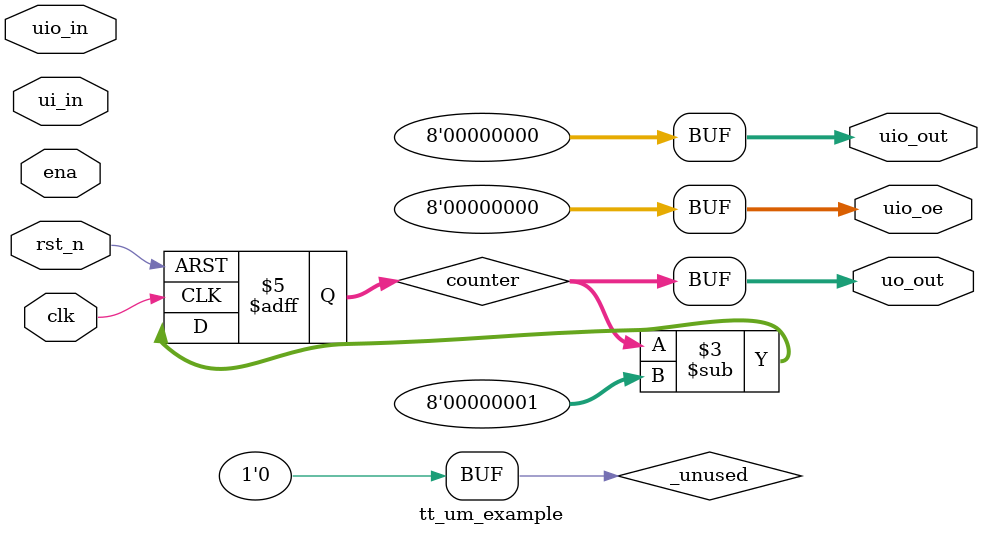
<source format=v>

`default_nettype none

module tt_um_example (
    input  wire [7:0] ui_in,    // Dedicated inputs
    output wire [7:0] uo_out,   // Dedicated outputs
    input  wire [7:0] uio_in,   // IOs: Input path
    output wire [7:0] uio_out,  // IOs: Output path
    output wire [7:0] uio_oe,   // IOs: Enable path (active high: 0=input, 1=output)
    input  wire       ena,      // always 1 when the design is powered, so you can ignore it
    input  wire       clk,      // clock
    input  wire       rst_n     // reset_n - low to reset
);

   reg [7:0]	      counter;

   always @(posedge clk or negedge rst_n)
     if (rst_n == 1'b0)
       counter <= 8'b0;
     else
       counter <= counter - 8'b1;

   assign uo_out   = counter;
   assign uio_oe   = 8'b0;
   assign uio_out  = 8'b0;
   
  wire _unused = &{ena, ui_in, uio_in, uio_out, 1'b0};

endmodule

</source>
